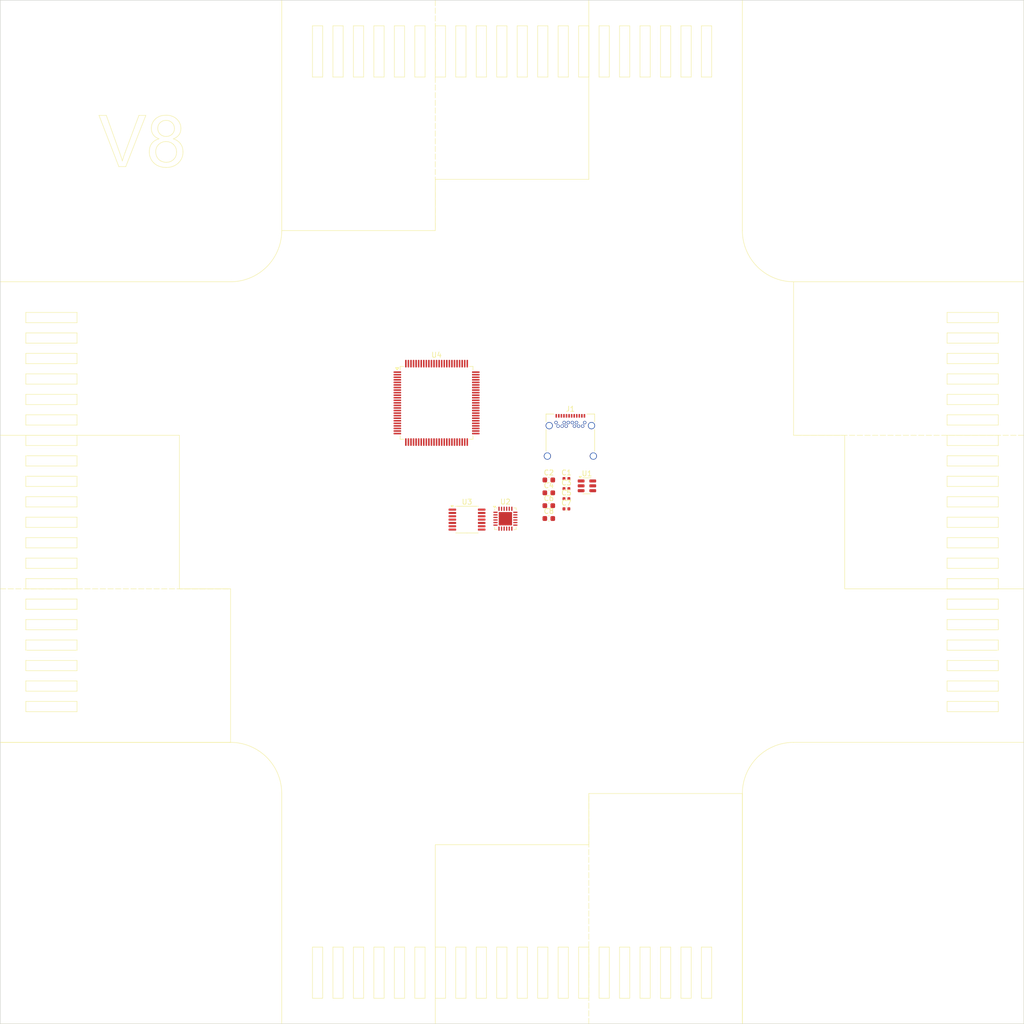
<source format=kicad_pcb>
(kicad_pcb (version 20240108) (generator "pcbnew") (generator_version "8.0")
  (layers (0 "F.Cu" signal) (31 "B.Cu" signal) (34 "B.Paste" user) (35 "F.Paste" user) (36 "B.SilkS" user "B.Silkscreen") (37 "F.SilkS" user "F.Silkscreen") (38 "B.Mask" user) (39 "F.Mask" user) (44 "Edge.Cuts" user))
  (net 0 "")
  (net 1 "+5V")
  (net 2 "GND")
  (net 8 "Net-(J1-VBUS-PadA4)")
  (net 9 "Net-(J1-GND-PadA1)")
  (net 28 "Net-(U2-GND-Pad2)")
  (net 98 "Net-(U4-GND-Pad11)")
  (footprint "Capacitor_SMD:C_0603_1608Metric" (layer "F.Cu") (at 421.18 267.73)
    (property "Reference" "C2" (at 0 -1.43 0) (layer "F.SilkS"))
    (property "Value" "4u7")
    (pad "1" smd roundrect (at -0.775 0) (size 0.9 0.95) (layers "F.Cu" "F.Paste" "F.Mask") (net 1 "+5V"))
    (pad "2" smd roundrect (at 0.775 0) (size 0.9 0.95) (layers "F.Cu" "F.Paste" "F.Mask") (net 2 "GND"))
  )
  (footprint "Connector_USB:USB_C_Receptacle_Amphenol_12401548E4-2A_CircularHoles" (layer "F.Cu") (at 425.39 260.22)
    (property "Reference" "J1" (at 0 -6.36 0) (layer "F.SilkS"))
    (property "Value" "USB_C_Receptacle")
    (pad "" np_thru_hole circle (at -3.6 -4.36) (size 0.65 0.65) (drill 0.65) (layers "*.Cu" "*.Mask"))
    (pad "" np_thru_hole circle (at 3.6 -4.36) (size 0.95 0.95) (drill 0.95) (layers "*.Cu" "*.Mask"))
    (pad "A1" smd rect (at -2.75 -5.02) (size 0.3 0.7) (layers "F.Cu" "F.Paste" "F.Mask") (net 9 "Net-(J1-GND-PadA1)"))
    (pad "A2" smd rect (at -2.25 -5.02) (size 0.3 0.7) (layers "F.Cu" "F.Paste" "F.Mask"))
    (pad "A3" smd rect (at -1.75 -5.02) (size 0.3 0.7) (layers "F.Cu" "F.Paste" "F.Mask"))
    (pad "A4" smd rect (at -1.25 -5.02) (size 0.3 0.7) (layers "F.Cu" "F.Paste" "F.Mask") (net 8 "Net-(J1-VBUS-PadA4)"))
    (pad "A5" smd rect (at -0.75 -5.02) (size 0.3 0.7) (layers "F.Cu" "F.Paste" "F.Mask"))
    (pad "A6" smd rect (at -0.25 -5.02) (size 0.3 0.7) (layers "F.Cu" "F.Paste" "F.Mask"))
    (pad "A7" smd rect (at 0.25 -5.02) (size 0.3 0.7) (layers "F.Cu" "F.Paste" "F.Mask"))
    (pad "A8" smd rect (at 0.75 -5.02) (size 0.3 0.7) (layers "F.Cu" "F.Paste" "F.Mask"))
    (pad "A9" smd rect (at 1.25 -5.02) (size 0.3 0.7) (layers "F.Cu" "F.Paste" "F.Mask") (net 8 "Net-(J1-VBUS-PadA4)"))
    (pad "A10" smd rect (at 1.75 -5.02) (size 0.3 0.7) (layers "F.Cu" "F.Paste" "F.Mask"))
    (pad "A11" smd rect (at 2.25 -5.02) (size 0.3 0.7) (layers "F.Cu" "F.Paste" "F.Mask"))
    (pad "A12" smd rect (at 2.75 -5.02) (size 0.3 0.7) (layers "F.Cu" "F.Paste" "F.Mask") (net 9 "Net-(J1-GND-PadA1)"))
    (pad "B1" thru_hole circle (at 2.8 -3.71) (size 0.65 0.65) (drill 0.4) (layers "*.Cu" "*.Mask") (net 9 "Net-(J1-GND-PadA1)"))
    (pad "B2" thru_hole circle (at 2.4 -3.01) (size 0.65 0.65) (drill 0.4) (layers "*.Cu" "*.Mask"))
    (pad "B3" thru_hole circle (at 1.6 -3.01) (size 0.65 0.65) (drill 0.4) (layers "*.Cu" "*.Mask"))
    (pad "B4" thru_hole circle (at 1.2 -3.71) (size 0.65 0.65) (drill 0.4) (layers "*.Cu" "*.Mask") (net 8 "Net-(J1-VBUS-PadA4)"))
    (pad "B5" thru_hole circle (at 0.8 -3.01) (size 0.65 0.65) (drill 0.4) (layers "*.Cu" "*.Mask"))
    (pad "B6" thru_hole circle (at 0.4 -3.71) (size 0.65 0.65) (drill 0.4) (layers "*.Cu" "*.Mask"))
    (pad "B7" thru_hole circle (at -0.4 -3.71) (size 0.65 0.65) (drill 0.4) (layers "*.Cu" "*.Mask"))
    (pad "B8" thru_hole circle (at -0.8 -3.01) (size 0.65 0.65) (drill 0.4) (layers "*.Cu" "*.Mask"))
    (pad "B9" thru_hole circle (at -1.2 -3.71) (size 0.65 0.65) (drill 0.4) (layers "*.Cu" "*.Mask") (net 8 "Net-(J1-VBUS-PadA4)"))
    (pad "B10" thru_hole circle (at -1.6 -3.01) (size 0.65 0.65) (drill 0.4) (layers "*.Cu" "*.Mask"))
    (pad "B11" thru_hole circle (at -2.4 -3.01) (size 0.65 0.65) (drill 0.4) (layers "*.Cu" "*.Mask"))
    (pad "B12" thru_hole circle (at -2.8 -3.71) (size 0.65 0.65) (drill 0.4) (layers "*.Cu" "*.Mask") (net 9 "Net-(J1-GND-PadA1)"))
    (pad "S1" thru_hole circle (at -4.49 2.84) (size 1.4 1.4) (drill 1.1) (layers "*.Cu" "*.Mask"))
    (pad "S1" thru_hole circle (at -4.13 -3.11) (size 1.4 1.4) (drill 1.1) (layers "*.Cu" "*.Mask"))
    (pad "S1" thru_hole circle (at 4.13 -3.11) (size 1.4 1.4) (drill 1.1) (layers "*.Cu" "*.Mask"))
    (pad "S1" thru_hole circle (at 4.49 2.84) (size 1.4 1.4) (drill 1.1) (layers "*.Cu" "*.Mask"))
  )
  (footprint "Capacitor_SMD:C_0402_1005Metric" (layer "F.Cu") (at 424.62 267.46)
    (property "Reference" "C1" (at 0 -1.16 0) (layer "F.SilkS"))
    (property "Value" "100n")
    (pad "1" smd roundrect (at -0.48 0) (size 0.56 0.62) (layers "F.Cu" "F.Paste" "F.Mask") (net 1 "+5V"))
    (pad "2" smd roundrect (at 0.48 0) (size 0.56 0.62) (layers "F.Cu" "F.Paste" "F.Mask") (net 2 "GND"))
  )
  (footprint "Capacitor_SMD:C_0402_1005Metric" (layer "F.Cu") (at 424.62 269.43)
    (property "Reference" "C3" (at 0 -1.16 0) (layer "F.SilkS"))
    (property "Value" "100n")
    (pad "1" smd roundrect (at -0.48 0) (size 0.56 0.62) (layers "F.Cu" "F.Paste" "F.Mask") (net 1 "+5V"))
    (pad "2" smd roundrect (at 0.48 0) (size 0.56 0.62) (layers "F.Cu" "F.Paste" "F.Mask") (net 2 "GND"))
  )
  (footprint "Capacitor_SMD:C_0603_1608Metric" (layer "F.Cu") (at 421.18 272.75)
    (property "Reference" "C6" (at 0 -1.43 0) (layer "F.SilkS"))
    (property "Value" "4u7")
    (pad "1" smd roundrect (at -0.775 0) (size 0.9 0.95) (layers "F.Cu" "F.Paste" "F.Mask") (net 1 "+5V"))
    (pad "2" smd roundrect (at 0.775 0) (size 0.9 0.95) (layers "F.Cu" "F.Paste" "F.Mask") (net 2 "GND"))
  )
  (footprint "Package_DFN_QFN:QFN-24-1EP_4x4mm_P0.5mm_EP2.6x2.6mm" (layer "F.Cu") (at 412.7 275.3)
    (property "Reference" "U2" (at 0 -3.3 0) (layer "F.SilkS"))
    (property "Value" "CP2102N-Axx-xQFN24")
    (pad "1" smd roundrect (at -1.9375 -1.25) (size 0.825 0.25) (layers "F.Cu" "F.Paste" "F.Mask"))
    (pad "2" smd roundrect (at -1.9375 -0.75) (size 0.825 0.25) (layers "F.Cu" "F.Paste" "F.Mask") (net 28 "Net-(U2-GND-Pad2)"))
    (pad "3" smd roundrect (at -1.9375 -0.25) (size 0.825 0.25) (layers "F.Cu" "F.Paste" "F.Mask"))
    (pad "4" smd roundrect (at -1.9375 0.25) (size 0.825 0.25) (layers "F.Cu" "F.Paste" "F.Mask"))
    (pad "5" smd roundrect (at -1.9375 0.75) (size 0.825 0.25) (layers "F.Cu" "F.Paste" "F.Mask"))
    (pad "6" smd roundrect (at -1.9375 1.25) (size 0.825 0.25) (layers "F.Cu" "F.Paste" "F.Mask"))
    (pad "7" smd roundrect (at -1.25 1.9375) (size 0.25 0.825) (layers "F.Cu" "F.Paste" "F.Mask"))
    (pad "8" smd roundrect (at -0.75 1.9375) (size 0.25 0.825) (layers "F.Cu" "F.Paste" "F.Mask"))
    (pad "9" smd roundrect (at -0.25 1.9375) (size 0.25 0.825) (layers "F.Cu" "F.Paste" "F.Mask"))
    (pad "10" smd roundrect (at 0.25 1.9375) (size 0.25 0.825) (layers "F.Cu" "F.Paste" "F.Mask"))
    (pad "11" smd roundrect (at 0.75 1.9375) (size 0.25 0.825) (layers "F.Cu" "F.Paste" "F.Mask"))
    (pad "12" smd roundrect (at 1.25 1.9375) (size 0.25 0.825) (layers "F.Cu" "F.Paste" "F.Mask"))
    (pad "13" smd roundrect (at 1.9375 1.25) (size 0.825 0.25) (layers "F.Cu" "F.Paste" "F.Mask"))
    (pad "14" smd roundrect (at 1.9375 0.75) (size 0.825 0.25) (layers "F.Cu" "F.Paste" "F.Mask"))
    (pad "15" smd roundrect (at 1.9375 0.25) (size 0.825 0.25) (layers "F.Cu" "F.Paste" "F.Mask"))
    (pad "16" smd roundrect (at 1.9375 -0.25) (size 0.825 0.25) (layers "F.Cu" "F.Paste" "F.Mask"))
    (pad "17" smd roundrect (at 1.9375 -0.75) (size 0.825 0.25) (layers "F.Cu" "F.Paste" "F.Mask"))
    (pad "18" smd roundrect (at 1.9375 -1.25) (size 0.825 0.25) (layers "F.Cu" "F.Paste" "F.Mask"))
    (pad "19" smd roundrect (at 1.25 -1.9375) (size 0.25 0.825) (layers "F.Cu" "F.Paste" "F.Mask"))
    (pad "20" smd roundrect (at 0.75 -1.9375) (size 0.25 0.825) (layers "F.Cu" "F.Paste" "F.Mask"))
    (pad "21" smd roundrect (at 0.25 -1.9375) (size 0.25 0.825) (layers "F.Cu" "F.Paste" "F.Mask"))
    (pad "22" smd roundrect (at -0.25 -1.9375) (size 0.25 0.825) (layers "F.Cu" "F.Paste" "F.Mask"))
    (pad "23" smd roundrect (at -0.75 -1.9375) (size 0.25 0.825) (layers "F.Cu" "F.Paste" "F.Mask"))
    (pad "24" smd roundrect (at -1.25 -1.9375) (size 0.25 0.825) (layers "F.Cu" "F.Paste" "F.Mask"))
    (pad "25" smd rect (at 0 0) (size 2.6 2.6) (property pad_prop_heatsink) (layers "F.Cu" "F.Mask") (net 28 "Net-(U2-GND-Pad2)"))
  )
  (footprint "Package_SO:TSSOP-14_4.4x5mm_P0.65mm" (layer "F.Cu") (at 405.2 275.475)
    (property "Reference" "U3" (at 0 -3.45 0) (layer "F.SilkS"))
    (property "Value" "MCP2221AxST")
    (pad "1" smd roundrect (at -2.8625 -1.95) (size 1.475 0.4) (layers "F.Cu" "F.Paste" "F.Mask"))
    (pad "2" smd roundrect (at -2.8625 -1.3) (size 1.475 0.4) (layers "F.Cu" "F.Paste" "F.Mask"))
    (pad "3" smd roundrect (at -2.8625 -0.65) (size 1.475 0.4) (layers "F.Cu" "F.Paste" "F.Mask"))
    (pad "4" smd roundrect (at -2.8625 0) (size 1.475 0.4) (layers "F.Cu" "F.Paste" "F.Mask"))
    (pad "5" smd roundrect (at -2.8625 0.65) (size 1.475 0.4) (layers "F.Cu" "F.Paste" "F.Mask"))
    (pad "6" smd roundrect (at -2.8625 1.3) (size 1.475 0.4) (layers "F.Cu" "F.Paste" "F.Mask"))
    (pad "7" smd roundrect (at -2.8625 1.95) (size 1.475 0.4) (layers "F.Cu" "F.Paste" "F.Mask"))
    (pad "8" smd roundrect (at 2.8625 1.95) (size 1.475 0.4) (layers "F.Cu" "F.Paste" "F.Mask"))
    (pad "9" smd roundrect (at 2.8625 1.3) (size 1.475 0.4) (layers "F.Cu" "F.Paste" "F.Mask"))
    (pad "10" smd roundrect (at 2.8625 0.65) (size 1.475 0.4) (layers "F.Cu" "F.Paste" "F.Mask"))
    (pad "11" smd roundrect (at 2.8625 0) (size 1.475 0.4) (layers "F.Cu" "F.Paste" "F.Mask"))
    (pad "12" smd roundrect (at 2.8625 -0.65) (size 1.475 0.4) (layers "F.Cu" "F.Paste" "F.Mask"))
    (pad "13" smd roundrect (at 2.8625 -1.3) (size 1.475 0.4) (layers "F.Cu" "F.Paste" "F.Mask"))
    (pad "14" smd roundrect (at 2.8625 -1.95) (size 1.475 0.4) (layers "F.Cu" "F.Paste" "F.Mask"))
  )
  (footprint "Capacitor_SMD:C_0603_1608Metric" (layer "F.Cu") (at 421.18 275.26)
    (property "Reference" "C8" (at 0 -1.43 0) (layer "F.SilkS"))
    (property "Value" "4u7")
    (pad "1" smd roundrect (at -0.775 0) (size 0.9 0.95) (layers "F.Cu" "F.Paste" "F.Mask") (net 1 "+5V"))
    (pad "2" smd roundrect (at 0.775 0) (size 0.9 0.95) (layers "F.Cu" "F.Paste" "F.Mask") (net 2 "GND"))
  )
  (footprint "Capacitor_SMD:C_0603_1608Metric" (layer "F.Cu") (at 421.18 270.24)
    (property "Reference" "C4" (at 0 -1.43 0) (layer "F.SilkS"))
    (property "Value" "4u7")
    (pad "1" smd roundrect (at -0.775 0) (size 0.9 0.95) (layers "F.Cu" "F.Paste" "F.Mask") (net 1 "+5V"))
    (pad "2" smd roundrect (at 0.775 0) (size 0.9 0.95) (layers "F.Cu" "F.Paste" "F.Mask") (net 2 "GND"))
  )
  (footprint "Capacitor_SMD:C_0402_1005Metric" (layer "F.Cu") (at 424.62 273.37)
    (property "Reference" "C7" (at 0 -1.16 0) (layer "F.SilkS"))
    (property "Value" "100n")
    (pad "1" smd roundrect (at -0.48 0) (size 0.56 0.62) (layers "F.Cu" "F.Paste" "F.Mask") (net 1 "+5V"))
    (pad "2" smd roundrect (at 0.48 0) (size 0.56 0.62) (layers "F.Cu" "F.Paste" "F.Mask") (net 2 "GND"))
  )
  (footprint "Package_TO_SOT_SMD:SOT-23-6" (layer "F.Cu") (at 428.63 268.875)
    (property "Reference" "U1" (at 0 -2.4 0) (layer "F.SilkS"))
    (property "Value" "USBLC6-2SC6")
    (pad "1" smd roundrect (at -1.1375 -0.95) (size 1.325 0.6) (layers "F.Cu" "F.Paste" "F.Mask"))
    (pad "2" smd roundrect (at -1.1375 0) (size 1.325 0.6) (layers "F.Cu" "F.Paste" "F.Mask"))
    (pad "3" smd roundrect (at -1.1375 0.95) (size 1.325 0.6) (layers "F.Cu" "F.Paste" "F.Mask"))
    (pad "4" smd roundrect (at 1.1375 0.95) (size 1.325 0.6) (layers "F.Cu" "F.Paste" "F.Mask"))
    (pad "5" smd roundrect (at 1.1375 0) (size 1.325 0.6) (layers "F.Cu" "F.Paste" "F.Mask"))
    (pad "6" smd roundrect (at 1.1375 -0.95) (size 1.325 0.6) (layers "F.Cu" "F.Paste" "F.Mask"))
  )
  (footprint "Capacitor_SMD:C_0402_1005Metric" (layer "F.Cu") (at 424.62 271.4)
    (property "Reference" "C5" (at 0 -1.16 0) (layer "F.SilkS"))
    (property "Value" "100n")
    (pad "1" smd roundrect (at -0.48 0) (size 0.56 0.62) (layers "F.Cu" "F.Paste" "F.Mask") (net 1 "+5V"))
    (pad "2" smd roundrect (at 0.48 0) (size 0.56 0.62) (layers "F.Cu" "F.Paste" "F.Mask") (net 2 "GND"))
  )
  (footprint "Package_QFP:TQFP-100_14x14mm_P0.5mm" (layer "F.Cu") (at 399.25 252.6625)
    (property "Reference" "U4" (at 0 -9.35 0) (layer "F.SilkS"))
    (property "Value" "ATmega2560-16A")
    (pad "1" smd roundrect (at -7.6625 -6) (size 1.475 0.3) (layers "F.Cu" "F.Paste" "F.Mask"))
    (pad "2" smd roundrect (at -7.6625 -5.5) (size 1.475 0.3) (layers "F.Cu" "F.Paste" "F.Mask"))
    (pad "3" smd roundrect (at -7.6625 -5) (size 1.475 0.3) (layers "F.Cu" "F.Paste" "F.Mask"))
    (pad "4" smd roundrect (at -7.6625 -4.5) (size 1.475 0.3) (layers "F.Cu" "F.Paste" "F.Mask"))
    (pad "5" smd roundrect (at -7.6625 -4) (size 1.475 0.3) (layers "F.Cu" "F.Paste" "F.Mask"))
    (pad "6" smd roundrect (at -7.6625 -3.5) (size 1.475 0.3) (layers "F.Cu" "F.Paste" "F.Mask"))
    (pad "7" smd roundrect (at -7.6625 -3) (size 1.475 0.3) (layers "F.Cu" "F.Paste" "F.Mask"))
    (pad "8" smd roundrect (at -7.6625 -2.5) (size 1.475 0.3) (layers "F.Cu" "F.Paste" "F.Mask"))
    (pad "9" smd roundrect (at -7.6625 -2) (size 1.475 0.3) (layers "F.Cu" "F.Paste" "F.Mask"))
    (pad "10" smd roundrect (at -7.6625 -1.5) (size 1.475 0.3) (layers "F.Cu" "F.Paste" "F.Mask") (net 1 "+5V"))
    (pad "11" smd roundrect (at -7.6625 -1) (size 1.475 0.3) (layers "F.Cu" "F.Paste" "F.Mask") (net 98 "Net-(U4-GND-Pad11)"))
    (pad "12" smd roundrect (at -7.6625 -0.5) (size 1.475 0.3) (layers "F.Cu" "F.Paste" "F.Mask"))
    (pad "13" smd roundrect (at -7.6625 0) (size 1.475 0.3) (layers "F.Cu" "F.Paste" "F.Mask"))
    (pad "14" smd roundrect (at -7.6625 0.5) (size 1.475 0.3) (layers "F.Cu" "F.Paste" "F.Mask"))
    (pad "15" smd roundrect (at -7.6625 1) (size 1.475 0.3) (layers "F.Cu" "F.Paste" "F.Mask"))
    (pad "16" smd roundrect (at -7.6625 1.5) (size 1.475 0.3) (layers "F.Cu" "F.Paste" "F.Mask"))
    (pad "17" smd roundrect (at -7.6625 2) (size 1.475 0.3) (layers "F.Cu" "F.Paste" "F.Mask"))
    (pad "18" smd roundrect (at -7.6625 2.5) (size 1.475 0.3) (layers "F.Cu" "F.Paste" "F.Mask"))
    (pad "19" smd roundrect (at -7.6625 3) (size 1.475 0.3) (layers "F.Cu" "F.Paste" "F.Mask"))
    (pad "20" smd roundrect (at -7.6625 3.5) (size 1.475 0.3) (layers "F.Cu" "F.Paste" "F.Mask"))
    (pad "21" smd roundrect (at -7.6625 4) (size 1.475 0.3) (layers "F.Cu" "F.Paste" "F.Mask"))
    (pad "22" smd roundrect (at -7.6625 4.5) (size 1.475 0.3) (layers "F.Cu" "F.Paste" "F.Mask"))
    (pad "23" smd roundrect (at -7.6625 5) (size 1.475 0.3) (layers "F.Cu" "F.Paste" "F.Mask"))
    (pad "24" smd roundrect (at -7.6625 5.5) (size 1.475 0.3) (layers "F.Cu" "F.Paste" "F.Mask"))
    (pad "25" smd roundrect (at -7.6625 6) (size 1.475 0.3) (layers "F.Cu" "F.Paste" "F.Mask"))
    (pad "26" smd roundrect (at -6 7.6625) (size 0.3 1.475) (layers "F.Cu" "F.Paste" "F.Mask"))
    (pad "27" smd roundrect (at -5.5 7.6625) (size 0.3 1.475) (layers "F.Cu" "F.Paste" "F.Mask"))
    (pad "28" smd roundrect (at -5 7.6625) (size 0.3 1.475) (layers "F.Cu" "F.Paste" "F.Mask"))
    (pad "29" smd roundrect (at -4.5 7.6625) (size 0.3 1.475) (layers "F.Cu" "F.Paste" "F.Mask"))
    (pad "30" smd roundrect (at -4 7.6625) (size 0.3 1.475) (layers "F.Cu" "F.Paste" "F.Mask"))
    (pad "31" smd roundrect (at -3.5 7.6625) (size 0.3 1.475) (layers "F.Cu" "F.Paste" "F.Mask") (net 1 "+5V"))
    (pad "32" smd roundrect (at -3 7.6625) (size 0.3 1.475) (layers "F.Cu" "F.Paste" "F.Mask") (net 98 "Net-(U4-GND-Pad11)"))
    (pad "33" smd roundrect (at -2.5 7.6625) (size 0.3 1.475) (layers "F.Cu" "F.Paste" "F.Mask"))
    (pad "34" smd roundrect (at -2 7.6625) (size 0.3 1.475) (layers "F.Cu" "F.Paste" "F.Mask"))
    (pad "35" smd roundrect (at -1.5 7.6625) (size 0.3 1.475) (layers "F.Cu" "F.Paste" "F.Mask"))
    (pad "36" smd roundrect (at -1 7.6625) (size 0.3 1.475) (layers "F.Cu" "F.Paste" "F.Mask"))
    (pad "37" smd roundrect (at -0.5 7.6625) (size 0.3 1.475) (layers "F.Cu" "F.Paste" "F.Mask"))
    (pad "38" smd roundrect (at 0 7.6625) (size 0.3 1.475) (layers "F.Cu" "F.Paste" "F.Mask"))
    (pad "39" smd roundrect (at 0.5 7.6625) (size 0.3 1.475) (layers "F.Cu" "F.Paste" "F.Mask"))
    (pad "40" smd roundrect (at 1 7.6625) (size 0.3 1.475) (layers "F.Cu" "F.Paste" "F.Mask"))
    (pad "41" smd roundrect (at 1.5 7.6625) (size 0.3 1.475) (layers "F.Cu" "F.Paste" "F.Mask"))
    (pad "42" smd roundrect (at 2 7.6625) (size 0.3 1.475) (layers "F.Cu" "F.Paste" "F.Mask"))
    (pad "43" smd roundrect (at 2.5 7.6625) (size 0.3 1.475) (layers "F.Cu" "F.Paste" "F.Mask"))
    (pad "44" smd roundrect (at 3 7.6625) (size 0.3 1.475) (layers "F.Cu" "F.Paste" "F.Mask"))
    (pad "45" smd roundrect (at 3.5 7.6625) (size 0.3 1.475) (layers "F.Cu" "F.Paste" "F.Mask"))
    (pad "46" smd roundrect (at 4 7.6625) (size 0.3 1.475) (layers "F.Cu" "F.Paste" "F.Mask"))
    (pad "47" smd roundrect (at 4.5 7.6625) (size 0.3 1.475) (layers "F.Cu" "F.Paste" "F.Mask"))
    (pad "48" smd roundrect (at 5 7.6625) (size 0.3 1.475) (layers "F.Cu" "F.Paste" "F.Mask"))
    (pad "49" smd roundrect (at 5.5 7.6625) (size 0.3 1.475) (layers "F.Cu" "F.Paste" "F.Mask"))
    (pad "50" smd roundrect (at 6 7.6625) (size 0.3 1.475) (layers "F.Cu" "F.Paste" "F.Mask"))
    (pad "51" smd roundrect (at 7.6625 6) (size 1.475 0.3) (layers "F.Cu" "F.Paste" "F.Mask"))
    (pad "52" smd roundrect (at 7.6625 5.5) (size 1.475 0.3) (layers "F.Cu" "F.Paste" "F.Mask"))
    (pad "53" smd roundrect (at 7.6625 5) (size 1.475 0.3) (layers "F.Cu" "F.Paste" "F.Mask"))
    (pad "54" smd roundrect (at 7.6625 4.5) (size 1.475 0.3) (layers "F.Cu" "F.Paste" "F.Mask"))
    (pad "55" smd roundrect (at 7.6625 4) (size 1.475 0.3) (layers "F.Cu" "F.Paste" "F.Mask"))
    (pad "56" smd roundrect (at 7.6625 3.5) (size 1.475 0.3) (layers "F.Cu" "F.Paste" "F.Mask"))
    (pad "57" smd roundrect (at 7.6625 3) (size 1.475 0.3) (layers "F.Cu" "F.Paste" "F.Mask"))
    (pad "58" smd roundrect (at 7.6625 2.5) (size 1.475 0.3) (layers "F.Cu" "F.Paste" "F.Mask"))
    (pad "59" smd roundrect (at 7.6625 2) (size 1.475 0.3) (layers "F.Cu" "F.Paste" "F.Mask"))
    (pad "60" smd roundrect (at 7.6625 1.5) (size 1.475 0.3) (layers "F.Cu" "F.Paste" "F.Mask"))
    (pad "61" smd roundrect (at 7.6625 1) (size 1.475 0.3) (layers "F.Cu" "F.Paste" "F.Mask") (net 1 "+5V"))
    (pad "62" smd roundrect (at 7.6625 0.5) (size 1.475 0.3) (layers "F.Cu" "F.Paste" "F.Mask") (net 98 "Net-(U4-GND-Pad11)"))
    (pad "63" smd roundrect (at 7.6625 0) (size 1.475 0.3) (layers "F.Cu" "F.Paste" "F.Mask"))
    (pad "64" smd roundrect (at 7.6625 -0.5) (size 1.475 0.3) (layers "F.Cu" "F.Paste" "F.Mask"))
    (pad "65" smd roundrect (at 7.6625 -1) (size 1.475 0.3) (layers "F.Cu" "F.Paste" "F.Mask"))
    (pad "66" smd roundrect (at 7.6625 -1.5) (size 1.475 0.3) (layers "F.Cu" "F.Paste" "F.Mask"))
    (pad "67" smd roundrect (at 7.6625 -2) (size 1.475 0.3) (layers "F.Cu" "F.Paste" "F.Mask"))
    (pad "68" smd roundrect (at 7.6625 -2.5) (size 1.475 0.3) (layers "F.Cu" "F.Paste" "F.Mask"))
    (pad "69" smd roundrect (at 7.6625 -3) (size 1.475 0.3) (layers "F.Cu" "F.Paste" "F.Mask"))
    (pad "70" smd roundrect (at 7.6625 -3.5) (size 1.475 0.3) (layers "F.Cu" "F.Paste" "F.Mask"))
    (pad "71" smd roundrect (at 7.6625 -4) (size 1.475 0.3) (layers "F.Cu" "F.Paste" "F.Mask"))
    (pad "72" smd roundrect (at 7.6625 -4.5) (size 1.475 0.3) (layers "F.Cu" "F.Paste" "F.Mask"))
    (pad "73" smd roundrect (at 7.6625 -5) (size 1.475 0.3) (layers "F.Cu" "F.Paste" "F.Mask"))
    (pad "74" smd roundrect (at 7.6625 -5.5) (size 1.475 0.3) (layers "F.Cu" "F.Paste" "F.Mask"))
    (pad "75" smd roundrect (at 7.6625 -6) (size 1.475 0.3) (layers "F.Cu" "F.Paste" "F.Mask"))
    (pad "76" smd roundrect (at 6 -7.6625) (size 0.3 1.475) (layers "F.Cu" "F.Paste" "F.Mask"))
    (pad "77" smd roundrect (at 5.5 -7.6625) (size 0.3 1.475) (layers "F.Cu" "F.Paste" "F.Mask"))
    (pad "78" smd roundrect (at 5 -7.6625) (size 0.3 1.475) (layers "F.Cu" "F.Paste" "F.Mask"))
    (pad "79" smd roundrect (at 4.5 -7.6625) (size 0.3 1.475) (layers "F.Cu" "F.Paste" "F.Mask"))
    (pad "80" smd roundrect (at 4 -7.6625) (size 0.3 1.475) (layers "F.Cu" "F.Paste" "F.Mask") (net 1 "+5V"))
    (pad "81" smd roundrect (at 3.5 -7.6625) (size 0.3 1.475) (layers "F.Cu" "F.Paste" "F.Mask") (net 98 "Net-(U4-GND-Pad11)"))
    (pad "82" smd roundrect (at 3 -7.6625) (size 0.3 1.475) (layers "F.Cu" "F.Paste" "F.Mask"))
    (pad "83" smd roundrect (at 2.5 -7.6625) (size 0.3 1.475) (layers "F.Cu" "F.Paste" "F.Mask"))
    (pad "84" smd roundrect (at 2 -7.6625) (size 0.3 1.475) (layers "F.Cu" "F.Paste" "F.Mask"))
    (pad "85" smd roundrect (at 1.5 -7.6625) (size 0.3 1.475) (layers "F.Cu" "F.Paste" "F.Mask"))
    (pad "86" smd roundrect (at 1 -7.6625) (size 0.3 1.475) (layers "F.Cu" "F.Paste" "F.Mask"))
    (pad "87" smd roundrect (at 0.5 -7.6625) (size 0.3 1.475) (layers "F.Cu" "F.Paste" "F.Mask"))
    (pad "88" smd roundrect (at 0 -7.6625) (size 0.3 1.475) (layers "F.Cu" "F.Paste" "F.Mask"))
    (pad "89" smd roundrect (at -0.5 -7.6625) (size 0.3 1.475) (layers "F.Cu" "F.Paste" "F.Mask"))
    (pad "90" smd roundrect (at -1 -7.6625) (size 0.3 1.475) (layers "F.Cu" "F.Paste" "F.Mask"))
    (pad "91" smd roundrect (at -1.5 -7.6625) (size 0.3 1.475) (layers "F.Cu" "F.Paste" "F.Mask"))
    (pad "92" smd roundrect (at -2 -7.6625) (size 0.3 1.475) (layers "F.Cu" "F.Paste" "F.Mask"))
    (pad "93" smd roundrect (at -2.5 -7.6625) (size 0.3 1.475) (layers "F.Cu" "F.Paste" "F.Mask"))
    (pad "94" smd roundrect (at -3 -7.6625) (size 0.3 1.475) (layers "F.Cu" "F.Paste" "F.Mask"))
    (pad "95" smd roundrect (at -3.5 -7.6625) (size 0.3 1.475) (layers "F.Cu" "F.Paste" "F.Mask"))
    (pad "96" smd roundrect (at -4 -7.6625) (size 0.3 1.475) (layers "F.Cu" "F.Paste" "F.Mask"))
    (pad "97" smd roundrect (at -4.5 -7.6625) (size 0.3 1.475) (layers "F.Cu" "F.Paste" "F.Mask"))
    (pad "98" smd roundrect (at -5 -7.6625) (size 0.3 1.475) (layers "F.Cu" "F.Paste" "F.Mask"))
    (pad "99" smd roundrect (at -5.5 -7.6625) (size 0.3 1.475) (layers "F.Cu" "F.Paste" "F.Mask") (net 98 "Net-(U4-GND-Pad11)"))
    (pad "100" smd roundrect (at -6 -7.6625) (size 0.3 1.475) (layers "F.Cu" "F.Paste" "F.Mask"))
  )
  (gr_line (start 509 273) (end 509 271) (stroke (width 0.1)) (layer "F.SilkS"))
  (gr_line (start 319 247) (end 319 249) (stroke (width 0.1)) (layer "F.SilkS"))
  (gr_line (start 421 369) (end 421 359) (stroke (width 0.1)) (layer "F.SilkS"))
  (gr_line (start 509 311) (end 499 311) (stroke (width 0.1)) (layer "F.SilkS"))
  (gr_line (start 449 369) (end 449 359) (stroke (width 0.1)) (layer "F.SilkS"))
  (gr_line (start 385 189) (end 385 179) (stroke (width 0.1)) (layer "F.SilkS"))
  (gr_line (start 329 243) (end 319 243) (stroke (width 0.1)) (layer "F.SilkS"))
  (gr_line (start 329 253) (end 329 251) (stroke (width 0.1)) (layer "F.SilkS"))
  (gr_line (start 319 279) (end 319 281) (stroke (width 0.1)) (layer "F.SilkS"))
  (gr_line (start 499 273) (end 509 273) (stroke (width 0.1)) (layer "F.SilkS"))
  (gr_line (start 499 237) (end 509 237) (stroke (width 0.1)) (layer "F.SilkS"))
  (gr_line (start 509 283) (end 499 283) (stroke (width 0.1)) (layer "F.SilkS"))
  (gr_line (start 381 369) (end 381 359) (stroke (width 0.1)) (layer "F.SilkS"))
  (gr_line (start 397 369) (end 397 359) (stroke (width 0.1)) (layer "F.SilkS"))
  (gr_line (start 459.000001 219) (end 459 219) (stroke (width 0.1)) (layer "F.SilkS"))
  (gr_line (start 441 369) (end 441 359) (stroke (width 0.1)) (layer "F.SilkS"))
  (gr_line (start 415 179) (end 415 189) (stroke (width 0.1)) (layer "F.SilkS"))
  (gr_line (start 379 189) (end 381 189) (stroke (width 0.1)) (layer "F.SilkS"))
  (gr_line (start 407 179) (end 407 189) (stroke (width 0.1)) (layer "F.SilkS"))
  (gr_line (start 509 301) (end 509 299) (stroke (width 0.1)) (layer "F.SilkS"))
  (gr_line (start 319 295) (end 319 297) (stroke (width 0.1)) (layer "F.SilkS"))
  (gr_line (start 329 305) (end 329 303) (stroke (width 0.1)) (layer "F.SilkS"))
  (gr_line (start 441 189) (end 441 179) (stroke (width 0.1)) (layer "F.SilkS"))
  (gr_line (start 319 305) (end 329 305) (stroke (width 0.1)) (layer "F.SilkS"))
  (gr_curve (pts (xy 343.607776 201.97749) (xy 343.939746 201.53638) (xy 344.410414 201.236244) (xy 345.019782 201.077081)) (stroke (width 0.1)) (layer "F.SilkS"))
  (gr_line (start 509 275) (end 499 275) (stroke (width 0.1)) (layer "F.SilkS"))
  (gr_line (start 405 359) (end 403 359) (stroke (width 0.1)) (layer "F.SilkS"))
  (gr_curve (pts (xy 345.231241 200.156207) (xy 345.535926 200.456344) (xy 345.93156 200.606412) (xy 346.418145 200.606412)) (stroke (width 0.1)) (layer "F.SilkS"))
  (gr_line (start 509 267) (end 499 267) (stroke (width 0.1)) (layer "F.SilkS"))
  (gr_line (start 435 189) (end 437 189) (stroke (width 0.1)) (layer "F.SilkS"))
  (gr_line (start 514 289) (end 479 289) (stroke (width 0.1)) (layer "F.SilkS"))
  (gr_line (start 427 369) (end 429 369) (stroke (width 0.1)) (layer "F.SilkS"))
  (gr_curve (pts (xy 346.418145 200.606412) (xy 346.891087 200.606412) (xy 347.277626 200.458617) (xy 347.577763 200.163028)) (stroke (width 0.1)) (layer "F.SilkS"))
  (gr_line (start 445 369) (end 445 359) (stroke (width 0.1)) (layer "F.SilkS"))
  (gr_line (start 379 179) (end 379 189) (stroke (width 0.1)) (layer "F.SilkS"))
  (gr_line (start 319 235) (end 319 237) (stroke (width 0.1)) (layer "F.SilkS"))
  (gr_line (start 391 189) (end 393 189) (stroke (width 0.1)) (layer "F.SilkS"))
  (gr_curve (pts (xy 337.850614 205.401774) (xy 338.00523 204.856071) (xy 338.184857 204.310368) (xy 338.389495 203.764665)) (stroke (width 0.1)) (layer "F.SilkS"))
  (gr_line (start 319 311) (end 319 313) (stroke (width 0.1)) (layer "F.SilkS"))
  (gr_line (start 403 369) (end 405 369) (stroke (width 0.1)) (layer "F.SilkS"))
  (gr_line (start 421 179) (end 419 179) (stroke (width 0.1)) (layer "F.SilkS"))
  (gr_line (start 319 313) (end 329 313) (stroke (width 0.1)) (layer "F.SilkS"))
  (gr_line (start 381 359) (end 379 359) (stroke (width 0.1)) (layer "F.SilkS"))
  (gr_line (start 397 189) (end 397 179) (stroke (width 0.1)) (layer "F.SilkS"))
  (gr_line (start 329 313) (end 329 311) (stroke (width 0.1)) (layer "F.SilkS"))
  (gr_curve (pts (xy 347.564121 197.932469) (xy 347.254889 197.623238) (xy 346.86835 197.468622) (xy 346.404503 197.468622)) (stroke (width 0.1)) (layer "F.SilkS"))
  (gr_line (start 314 319) (end 359 319) (stroke (width 0.1)) (layer "F.SilkS"))
  (gr_line (start 314 289) (end 359 289) (stroke (width 0.1) (type dash)) (layer "F.SilkS"))
  (gr_line (start 499 285) (end 509 285) (stroke (width 0.1)) (layer "F.SilkS"))
  (gr_line (start 368.999999 219) (end 399 219) (stroke (width 0.1)) (layer "F.SilkS"))
  (gr_line (start 329 293) (end 329 291) (stroke (width 0.1)) (layer "F.SilkS"))
  (gr_line (start 329 237) (end 329 235) (stroke (width 0.1)) (layer "F.SilkS"))
  (gr_line (start 415 369) (end 417 369) (stroke (width 0.1)) (layer "F.SilkS"))
  (gr_line (start 377 189) (end 377 179) (stroke (width 0.1)) (layer "F.SilkS"))
  (gr_line (start 329 261) (end 329 259) (stroke (width 0.1)) (layer "F.SilkS"))
  (gr_line (start 417 189) (end 417 179) (stroke (width 0.1)) (layer "F.SilkS"))
  (gr_line (start 479 259) (end 469 259) (stroke (width 0.1)) (layer "F.SilkS"))
  (gr_line (start 385 359) (end 383 359) (stroke (width 0.1)) (layer "F.SilkS"))
  (gr_line (start 329 297) (end 329 295) (stroke (width 0.1)) (layer "F.SilkS"))
  (gr_line (start 439 189) (end 441 189) (stroke (width 0.1)) (layer "F.SilkS"))
  (gr_line (start 375 189) (end 377 189) (stroke (width 0.1)) (layer "F.SilkS"))
  (gr_line (start 401 369) (end 401 359) (stroke (width 0.1)) (layer "F.SilkS"))
  (gr_line (start 453 189) (end 453 179) (stroke (width 0.1)) (layer "F.SilkS"))
  (gr_line (start 329 295) (end 319 295) (stroke (width 0.1)) (layer "F.SilkS"))
  (gr_line (start 451 189) (end 453 189) (stroke (width 0.1)) (layer "F.SilkS"))
  (gr_line (start 319 249) (end 329 249) (stroke (width 0.1)) (layer "F.SilkS"))
  (gr_line (start 377 369) (end 377 359) (stroke (width 0.1)) (layer "F.SilkS"))
  (gr_line (start 319 297) (end 329 297) (stroke (width 0.1)) (layer "F.SilkS"))
  (gr_line (start 397 179) (end 395 179) (stroke (width 0.1)) (layer "F.SilkS"))
  (gr_line (start 399 369) (end 401 369) (stroke (width 0.1)) (layer "F.SilkS"))
  (gr_line (start 415 189) (end 417 189) (stroke (width 0.1)) (layer "F.SilkS"))
  (gr_line (start 447 369) (end 449 369) (stroke (width 0.1)) (layer "F.SilkS"))
  (gr_line (start 383 369) (end 385 369) (stroke (width 0.1)) (layer "F.SilkS"))
  (gr_line (start 425 179) (end 423 179) (stroke (width 0.1)) (layer "F.SilkS"))
  (gr_line (start 385 179) (end 383 179) (stroke (width 0.1)) (layer "F.SilkS"))
  (gr_line (start 449 179) (end 447 179) (stroke (width 0.1)) (layer "F.SilkS"))
  (gr_line (start 427 179) (end 427 189) (stroke (width 0.1)) (layer "F.SilkS"))
  (gr_line (start 329 301) (end 329 299) (stroke (width 0.1)) (layer "F.SilkS"))
  (gr_line (start 499 235) (end 499 237) (stroke (width 0.1)) (layer "F.SilkS"))
  (gr_line (start 499 311) (end 499 313) (stroke (width 0.1)) (layer "F.SilkS"))
  (gr_line (start 433 179) (end 431 179) (stroke (width 0.1)) (layer "F.SilkS"))
  (gr_line (start 421 359) (end 419 359) (stroke (width 0.1)) (layer "F.SilkS"))
  (gr_circle (center 341.5 201.5) (end 341.51 201.5) (stroke (width 0.0001)) (fill solid) (layer "F.SilkS"))
  (gr_line (start 509 277) (end 509 275) (stroke (width 0.1)) (layer "F.SilkS"))
  (gr_curve (pts (xy 337.325375 203.764665) (xy 337.534561 204.346748) (xy 337.709641 204.892451) (xy 337.850614 205.401774)) (stroke (width 0.1)) (layer "F.SilkS"))
  (gr_line (start 509 253) (end 509 251) (stroke (width 0.1)) (layer "F.SilkS"))
  (gr_line (start 319 283) (end 319 285) (stroke (width 0.1)) (layer "F.SilkS"))
  (gr_line (start 499 249) (end 509 249) (stroke (width 0.1)) (layer "F.SilkS"))
  (gr_line (start 509 313) (end 509 311) (stroke (width 0.1)) (layer "F.SilkS"))
  (gr_line (start 509 247) (end 499 247) (stroke (width 0.1)) (layer "F.SilkS"))
  (gr_line (start 389 359) (end 387 359) (stroke (width 0.1)) (layer "F.SilkS"))
  (gr_line (start 509 285) (end 509 283) (stroke (width 0.1)) (layer "F.SilkS"))
  (gr_line (start 411 369) (end 413 369) (stroke (width 0.1)) (layer "F.SilkS"))
  (gr_line (start 329 287) (end 319 287) (stroke (width 0.1)) (layer "F.SilkS"))
  (gr_line (start 377 179) (end 375 179) (stroke (width 0.1)) (layer "F.SilkS"))
  (gr_line (start 401 359) (end 399 359) (stroke (width 0.1)) (layer "F.SilkS"))
  (gr_line (start 375 179) (end 375 189) (stroke (width 0.1)) (layer "F.SilkS"))
  (gr_line (start 425 189) (end 425 179) (stroke (width 0.1)) (layer "F.SilkS"))
  (gr_line (start 433 189) (end 433 179) (stroke (width 0.1)) (layer "F.SilkS"))
  (gr_line (start 509 293) (end 509 291) (stroke (width 0.1)) (layer "F.SilkS"))
  (gr_line (start 441 359) (end 439 359) (stroke (width 0.1)) (layer "F.SilkS"))
  (gr_line (start 499 293) (end 509 293) (stroke (width 0.1)) (layer "F.SilkS"))
  (gr_line (start 399 174) (end 399 219) (stroke (width 0.1) (type dash)) (layer "F.SilkS"))
  (gr_line (start 319 257) (end 329 257) (stroke (width 0.1)) (layer "F.SilkS"))
  (gr_line (start 509 241) (end 509 239) (stroke (width 0.1)) (layer "F.SilkS"))
  (gr_curve (pts (xy 346.424966 205.660982) (xy 347.011597 205.660982) (xy 347.495908 205.47226) (xy 347.8779 205.094816)) (stroke (width 0.1)) (layer "F.SilkS"))
  (gr_line (start 319 291) (end 319 293) (stroke (width 0.1)) (layer "F.SilkS"))
  (gr_line (start 329 257) (end 329 255) (stroke (width 0.1)) (layer "F.SilkS"))
  (gr_line (start 499 309) (end 509 309) (stroke (width 0.1)) (layer "F.SilkS"))
  (gr_line (start 419 369) (end 421 369) (stroke (width 0.1)) (layer "F.SilkS"))
  (gr_arc (start 459 329) (mid 461.928932 321.928932) (end 469 319) (stroke (width 0.1)) (layer "F.SilkS"))
  (gr_line (start 397 359) (end 395 359) (stroke (width 0.1)) (layer "F.SilkS"))
  (gr_curve (pts (xy 345.238064 197.918827) (xy 344.928832 198.218963) (xy 344.774216 198.578217) (xy 344.774216 198.996589)) (stroke (width 0.1)) (layer "F.SilkS"))
  (gr_line (start 499 257) (end 509 257) (stroke (width 0.1)) (layer "F.SilkS"))
  (gr_line (start 329 235) (end 319 235) (stroke (width 0.1)) (layer "F.SilkS"))
  (gr_line (start 459 219) (end 459 174) (stroke (width 0.1)) (layer "F.SilkS"))
  (gr_line (start 407 189) (end 409 189) (stroke (width 0.1)) (layer "F.SilkS"))
  (gr_line (start 319 301) (end 329 301) (stroke (width 0.1)) (layer "F.SilkS"))
  (gr_line (start 509 257) (end 509 255) (stroke (width 0.1)) (layer "F.SilkS"))
  (gr_line (start 437 369) (end 437 359) (stroke (width 0.1)) (layer "F.SilkS"))
  (gr_line (start 423 189) (end 425 189) (stroke (width 0.1)) (layer "F.SilkS"))
  (gr_line (start 514 229) (end 469 229) (stroke (width 0.1)) (layer "F.SilkS"))
  (gr_line (start 403 359) (end 403 369) (stroke (width 0.1)) (layer "F.SilkS"))
  (gr_curve (pts (xy 347.857435 202.18895) (xy 347.466348 201.802411) (xy 346.975216 201.609141) (xy 346.384038 201.609141)) (stroke (width 0.1)) (layer "F.SilkS"))
  (gr_line (start 447 359) (end 447 369) (stroke (width 0.1)) (layer "F.SilkS"))
  (gr_line (start 423 359) (end 423 369) (stroke (width 0.1)) (layer "F.SilkS"))
  (gr_line (start 329 281) (end 329 279) (stroke (width 0.1)) (layer "F.SilkS"))
  (gr_line (start 342.441337 196.5) (end 338.525921 206.5) (stroke (width 0.1)) (layer "F.SilkS"))
  (gr_curve (pts (xy 348.928377 200.285812) (xy 348.687359 200.626876) (xy 348.319009 200.890632) (xy 347.823329 201.077081)) (stroke (width 0.1)) (layer "F.SilkS"))
  (gr_line (start 441 179) (end 439 179) (stroke (width 0.1)) (layer "F.SilkS"))
  (gr_line (start 359 229) (end 314 229) (stroke (width 0.1)) (layer "F.SilkS"))
  (gr_line (start 419 179) (end 419 189) (stroke (width 0.1)) (layer "F.SilkS"))
  (gr_line (start 409 179) (end 407 179) (stroke (width 0.1)) (layer "F.SilkS"))
  (gr_line (start 411 189) (end 413 189) (stroke (width 0.1)) (layer "F.SilkS"))
  (gr_line (start 329 239) (end 319 239) (stroke (width 0.1)) (layer "F.SilkS"))
  (gr_line (start 405 179) (end 403 179) (stroke (width 0.1)) (layer "F.SilkS"))
  (gr_line (start 443 189) (end 445 189) (stroke (width 0.1)) (layer "F.SilkS"))
  (gr_line (start 399 209) (end 399 219) (stroke (width 0.1)) (layer "F.SilkS"))
  (gr_line (start 387 179) (end 387 189) (stroke (width 0.1)) (layer "F.SilkS"))
  (gr_line (start 401 179) (end 399 179) (stroke (width 0.1)) (layer "F.SilkS"))
  (gr_curve (pts (xy 344.023875 205.797408) (xy 343.419054 205.210777) (xy 343.116644 204.4809) (xy 343.116644 203.607776)) (stroke (width 0.1)) (layer "F.SilkS"))
  (gr_line (start 499 305) (end 509 305) (stroke (width 0.1)) (layer "F.SilkS"))
  (gr_line (start 439 369) (end 441 369) (stroke (width 0.1)) (layer "F.SilkS"))
  (gr_line (start 499 269) (end 509 269) (stroke (width 0.1)) (layer "F.SilkS"))
  (gr_line (start 429 174) (end 429 209) (stroke (width 0.1)) (layer "F.SilkS"))
  (gr_curve (pts (xy 346.39086 196.459072) (xy 347.263984 196.459072) (xy 347.966576 196.713733) (xy 348.498636 197.223056)) (stroke (width 0.1)) (layer "F.SilkS"))
  (gr_line (start 329 299) (end 319 299) (stroke (width 0.1)) (layer "F.SilkS"))
  (gr_line (start 329 265) (end 329 263) (stroke (width 0.1)) (layer "F.SilkS"))
  (gr_line (start 499 291) (end 499 293) (stroke (width 0.1)) (layer "F.SilkS"))
  (gr_line (start 329 245) (end 329 243) (stroke (width 0.1)) (layer "F.SilkS"))
  (gr_line (start 387 189) (end 389 189) (stroke (width 0.1)) (layer "F.SilkS"))
  (gr_line (start 319 281) (end 329 281) (stroke (width 0.1)) (layer "F.SilkS"))
  (gr_line (start 319 271) (end 319 273) (stroke (width 0.1)) (layer "F.SilkS"))
  (gr_line (start 509 249) (end 509 247) (stroke (width 0.1)) (layer "F.SilkS"))
  (gr_line (start 319 267) (end 319 269) (stroke (width 0.1)) (layer "F.SilkS"))
  (gr_line (start 453 359) (end 451 359) (stroke (width 0.1)) (layer "F.SilkS"))
  (gr_line (start 329 291) (end 319 291) (stroke (width 0.1)) (layer "F.SilkS"))
  (gr_line (start 509 245) (end 509 243) (stroke (width 0.1)) (layer "F.SilkS"))
  (gr_line (start 379 369) (end 381 369) (stroke (width 0.1)) (layer "F.SilkS"))
  (gr_line (start 319 265) (end 329 265) (stroke (width 0.1)) (layer "F.SilkS"))
  (gr_line (start 514 259) (end 469 259) (stroke (width 0.1) (type dash)) (layer "F.SilkS"))
  (gr_line (start 319 273) (end 329 273) (stroke (width 0.1)) (layer "F.SilkS"))
  (gr_line (start 338.389495 203.764665) (end 341.090723 196.5) (stroke (width 0.1)) (layer "F.SilkS"))
  (gr_line (start 429 359) (end 427 359) (stroke (width 0.1)) (layer "F.SilkS"))
  (gr_line (start 499 313) (end 509 313) (stroke (width 0.1)) (layer "F.SilkS"))
  (gr_line (start 329 279) (end 319 279) (stroke (width 0.1)) (layer "F.SilkS"))
  (gr_line (start 314 174) (end 314 374) (stroke (width 0.1)) (layer "F.SilkS"))
  (gr_line (start 443 369) (end 445 369) (stroke (width 0.1)) (layer "F.SilkS"))
  (gr_line (start 334.726467 196.5) (end 337.325375 203.764665) (stroke (width 0.1)) (layer "F.SilkS"))
  (gr_line (start 451 369) (end 453 369) (stroke (width 0.1)) (layer "F.SilkS"))
  (gr_line (start 411 359) (end 411 369) (stroke (width 0.1)) (layer "F.SilkS"))
  (gr_line (start 395 189) (end 397 189) (stroke (width 0.1)) (layer "F.SilkS"))
  (gr_curve (pts (xy 348.798772 205.797408) (xy 348.193952 206.379491) (xy 347.398136 206.670532) (xy 346.411324 206.670532)) (stroke (width 0.1)) (layer "F.SilkS"))
  (gr_line (start 329 271) (end 319 271) (stroke (width 0.1)) (layer "F.SilkS"))
  (gr_line (start 319 243) (end 319 245) (stroke (width 0.1)) (layer "F.SilkS"))
  (gr_line (start 509 291) (end 499 291) (stroke (width 0.1)) (layer "F.SilkS"))
  (gr_line (start 403 179) (end 403 189) (stroke (width 0.1)) (layer "F.SilkS"))
  (gr_curve (pts (xy 344.624148 204.630969) (xy 344.792406 204.958391) (xy 345.040246 205.213052) (xy 345.367668 205.394953)) (stroke (width 0.1)) (layer "F.SilkS"))
  (gr_line (start 509 305) (end 509 303) (stroke (width 0.1)) (layer "F.SilkS"))
  (gr_line (start 337.168486 206.5) (end 333.293997 196.5) (stroke (width 0.1)) (layer "F.SilkS"))
  (gr_line (start 329 303) (end 319 303) (stroke (width 0.1)) (layer "F.SilkS"))
  (gr_line (start 509 299) (end 499 299) (stroke (width 0.1)) (layer "F.SilkS"))
  (gr_curve (pts (xy 349.296726 199.071623) (xy 349.296726 199.535471) (xy 349.173943 199.9402) (xy 348.928377 200.285812)) (stroke (width 0.1)) (layer "F.SilkS"))
  (gr_line (start 319 237) (end 329 237) (stroke (width 0.1)) (layer "F.SilkS"))
  (gr_line (start 437 359) (end 435 359) (stroke (width 0.1)) (layer "F.SilkS"))
  (gr_line (start 509 279) (end 499 279) (stroke (width 0.1)) (layer "F.SilkS"))
  (gr_line (start 319 289) (end 329 289) (stroke (width 0.1)) (layer "F.SilkS"))
  (gr_line (start 429 374) (end 429 329) (stroke (width 0.1) (type dash)) (layer "F.SilkS"))
  (gr_line (start 423 179) (end 423 189) (stroke (width 0.1)) (layer "F.SilkS"))
  (gr_line (start 449 189) (end 449 179) (stroke (width 0.1)) (layer "F.SilkS"))
  (gr_line (start 413 359) (end 411 359) (stroke (width 0.1)) (layer "F.SilkS"))
  (gr_line (start 349 259) (end 349 289) (stroke (width 0.1)) (layer "F.SilkS"))
  (gr_line (start 329 275) (end 319 275) (stroke (width 0.1)) (layer "F.SilkS"))
  (gr_line (start 509 265) (end 509 263) (stroke (width 0.1)) (layer "F.SilkS"))
  (gr_line (start 387 369) (end 389 369) (stroke (width 0.1)) (layer "F.SilkS"))
  (gr_line (start 437 179) (end 435 179) (stroke (width 0.1)) (layer "F.SilkS"))
  (gr_line (start 427 359) (end 427 369) (stroke (width 0.1)) (layer "F.SilkS"))
  (gr_line (start 405 369) (end 405 359) (stroke (width 0.1)) (layer "F.SilkS"))
  (gr_line (start 329 263) (end 319 263) (stroke (width 0.1)) (layer "F.SilkS"))
  (gr_line (start 329 309) (end 329 307) (stroke (width 0.1)) (layer "F.SilkS"))
  (gr_line (start 319 245) (end 329 245) (stroke (width 0.1)) (layer "F.SilkS"))
  (gr_line (start 359 228.999999) (end 359 229) (stroke (width 0.1)) (layer "F.SilkS"))
  (gr_line (start 415 359) (end 415 369) (stroke (width 0.1)) (layer "F.SilkS"))
  (gr_line (start 445 189) (end 445 179) (stroke (width 0.1)) (layer "F.SilkS"))
  (gr_curve (pts (xy 349.706003 203.641882) (xy 349.706003 204.496816) (xy 349.403593 205.215325) (xy 348.798772 205.797408)) (stroke (width 0.1)) (layer "F.SilkS"))
  (gr_line (start 385 369) (end 385 359) (stroke (width 0.1)) (layer "F.SilkS"))
  (gr_curve (pts (xy 347.577763 200.163028) (xy 347.882447 199.862892) (xy 348.034789 199.496817) (xy 348.034789 199.064802)) (stroke (width 0.1)) (layer "F.SilkS"))
  (gr_line (start 509 303) (end 499 303) (stroke (width 0.1)) (layer "F.SilkS"))
  (gr_curve (pts (xy 345.019782 201.077081) (xy 344.510459 200.890632) (xy 344.133015 200.624602) (xy 343.88745 200.278991)) (stroke (width 0.1)) (layer "F.SilkS"))
  (gr_line (start 429 339) (end 429 329) (stroke (width 0.1)) (layer "F.SilkS"))
  (gr_line (start 319 299) (end 319 301) (stroke (width 0.1)) (layer "F.SilkS"))
  (gr_line (start 499 241) (end 509 241) (stroke (width 0.1)) (layer "F.SilkS"))
  (gr_curve (pts (xy 343.5191 199.037517) (xy 343.5191 198.309914) (xy 343.780583 197.698272) (xy 344.303547 197.202592)) (stroke (width 0.1)) (layer "F.SilkS"))
  (gr_line (start 383 189) (end 385 189) (stroke (width 0.1)) (layer "F.SilkS"))
  (gr_line (start 499 287) (end 499 289) (stroke (width 0.1)) (layer "F.SilkS"))
  (gr_line (start 391 369) (end 393 369) (stroke (width 0.1)) (layer "F.SilkS"))
  (gr_line (start 389 189) (end 389 179) (stroke (width 0.1)) (layer "F.SilkS"))
  (gr_line (start 391 359) (end 391 369) (stroke (width 0.1)) (layer "F.SilkS"))
  (gr_line (start 431 189) (end 433 189) (stroke (width 0.1)) (layer "F.SilkS"))
  (gr_line (start 439 359) (end 439 369) (stroke (width 0.1)) (layer "F.SilkS"))
  (gr_circle (center 414 274) (end 414.01 274) (stroke (width 0.0001)) (fill solid) (layer "F.SilkS"))
  (gr_line (start 419 189) (end 421 189) (stroke (width 0.1)) (layer "F.SilkS"))
  (gr_line (start 509 237) (end 509 235) (stroke (width 0.1)) (layer "F.SilkS"))
  (gr_line (start 399 179) (end 399 189) (stroke (width 0.1)) (layer "F.SilkS"))
  (gr_line (start 413 189) (end 413 179) (stroke (width 0.1)) (layer "F.SilkS"))
  (gr_line (start 319 277) (end 329 277) (stroke (width 0.1)) (layer "F.SilkS"))
  (gr_curve (pts (xy 348.450887 203.655524) (xy 348.450887 203.064347) (xy 348.25307 202.575489) (xy 347.857435 202.18895)) (stroke (width 0.1)) (layer "F.SilkS"))
  (gr_line (start 319 269) (end 329 269) (stroke (width 0.1)) (layer "F.SilkS"))
  (gr_line (start 377 359) (end 375 359) (stroke (width 0.1)) (layer "F.SilkS"))
  (gr_line (start 443 359) (end 443 369) (stroke (width 0.1)) (layer "F.SilkS"))
  (gr_line (start 359 319) (end 359 289) (stroke (width 0.1)) (layer "F.SilkS"))
  (gr_line (start 369 174) (end 369 219) (stroke (width 0.1)) (layer "F.SilkS"))
  (gr_line (start 329 285) (end 329 283) (stroke (width 0.1)) (layer "F.SilkS"))
  (gr_line (start 417 369) (end 417 359) (stroke (width 0.1)) (layer "F.SilkS"))
  (gr_line (start 509 297) (end 509 295) (stroke (width 0.1)) (layer "F.SilkS"))
  (gr_line (start 333.293997 196.5) (end 334.726467 196.5) (stroke (width 0.1)) (layer "F.SilkS"))
  (gr_line (start 383 359) (end 383 369) (stroke (width 0.1)) (layer "F.SilkS"))
  (gr_line (start 433 359) (end 431 359) (stroke (width 0.1)) (layer "F.SilkS"))
  (gr_arc (start 359 319) (mid 366.071068 321.928932) (end 369 329) (stroke (width 0.1)) (layer "F.SilkS"))
  (gr_line (start 499 253) (end 509 253) (stroke (width 0.1)) (layer "F.SilkS"))
  (gr_line (start 319 275) (end 319 277) (stroke (width 0.1)) (layer "F.SilkS"))
  (gr_line (start 329 311) (end 319 311) (stroke (width 0.1)) (layer "F.SilkS"))
  (gr_line (start 329 273) (end 329 271) (stroke (width 0.1)) (layer "F.SilkS"))
  (gr_line (start 499 239) (end 499 241) (stroke (width 0.1)) (layer "F.SilkS"))
  (gr_line (start 431 179) (end 431 189) (stroke (width 0.1)) (layer "F.SilkS"))
  (gr_line (start 314 259) (end 349 259) (stroke (width 0.1)) (layer "F.SilkS"))
  (gr_line (start 389 179) (end 387 179) (stroke (width 0.1)) (layer "F.SilkS"))
  (gr_curve (pts (xy 345.367668 205.394953) (xy 345.695089 205.572306) (xy 346.047522 205.660982) (xy 346.424966 205.660982)) (stroke (width 0.1)) (layer "F.SilkS"))
  (gr_line (start 411 179) (end 411 189) (stroke (width 0.1)) (layer "F.SilkS"))
  (gr_line (start 499 261) (end 509 261) (stroke (width 0.1)) (layer "F.SilkS"))
  (gr_line (start 447 189) (end 449 189) (stroke (width 0.1)) (layer "F.SilkS"))
  (gr_line (start 369 174) (end 369 219) (stroke (width 0.1)) (layer "F.SilkS"))
  (gr_line (start 413 179) (end 411 179) (stroke (width 0.1)) (layer "F.SilkS"))
  (gr_line (start 479 289) (end 479 259) (stroke (width 0.1)) (layer "F.SilkS"))
  (gr_line (start 393 369) (end 393 359) (stroke (width 0.1)) (layer "F.SilkS"))
  (gr_line (start 449 359) (end 447 359) (stroke (width 0.1)) (layer "F.SilkS"))
  (gr_line (start 319 263) (end 319 265) (stroke (width 0.1)) (layer "F.SilkS"))
  (gr_line (start 499 245) (end 509 245) (stroke (width 0.1)) (layer "F.SilkS"))
  (gr_line (start 514 174) (end 314 174) (stroke (width 0.1)) (layer "F.SilkS"))
  (gr_line (start 499 251) (end 499 253) (stroke (width 0.1)) (layer "F.SilkS"))
  (gr_line (start 421 189) (end 421 179) (stroke (width 0.1)) (layer "F.SilkS"))
  (gr_line (start 329 289) (end 329 287) (stroke (width 0.1)) (layer "F.SilkS"))
  (gr_line (start 409 189) (end 409 179) (stroke (width 0.1)) (layer "F.SilkS"))
  (gr_line (start 425 369) (end 425 359) (stroke (width 0.1)) (layer "F.SilkS"))
  (gr_line (start 319 303) (end 319 305) (stroke (width 0.1)) (layer "F.SilkS"))
  (gr_line (start 319 307) (end 319 309) (stroke (width 0.1)) (layer "F.SilkS"))
  (gr_line (start 319 251) (end 319 253) (stroke (width 0.1)) (layer "F.SilkS"))
  (gr_line (start 499 299) (end 499 301) (stroke (width 0.1)) (layer "F.SilkS"))
  (gr_line (start 319 287) (end 319 289) (stroke (width 0.1)) (layer "F.SilkS"))
  (gr_line (start 499 297) (end 509 297) (stroke (width 0.1)) (layer "F.SilkS"))
  (gr_line (start 429 369) (end 429 359) (stroke (width 0.1)) (layer "F.SilkS"))
  (gr_line (start 375 359) (end 375 369) (stroke (width 0.1)) (layer "F.SilkS"))
  (gr_line (start 423 369) (end 425 369) (stroke (width 0.1)) (layer "F.SilkS"))
  (gr_line (start 509 235) (end 499 235) (stroke (width 0.1)) (layer "F.SilkS"))
  (gr_line (start 417 359) (end 415 359) (stroke (width 0.1)) (layer "F.SilkS"))
  (gr_line (start 319 239) (end 319 241) (stroke (width 0.1)) (layer "F.SilkS"))
  (gr_line (start 499 303) (end 499 305) (stroke (width 0.1)) (layer "F.SilkS"))
  (gr_line (start 341.090723 196.5) (end 342.441337 196.5) (stroke (width 0.1)) (layer "F.SilkS"))
  (gr_line (start 399 359) (end 399 369) (stroke (width 0.1)) (layer "F.SilkS"))
  (gr_curve (pts (xy 343.116644 203.607776) (xy 343.116644 202.957481) (xy 343.280355 202.414052) (xy 343.607776 201.97749)) (stroke (width 0.1)) (layer "F.SilkS"))
  (gr_line (start 381 189) (end 381 179) (stroke (width 0.1)) (layer "F.SilkS"))
  (gr_line (start 509 255) (end 499 255) (stroke (width 0.1)) (layer "F.SilkS"))
  (gr_line (start 433 369) (end 433 359) (stroke (width 0.1)) (layer "F.SilkS"))
  (gr_line (start 407 359) (end 407 369) (stroke (width 0.1)) (layer "F.SilkS"))
  (gr_line (start 445 179) (end 443 179) (stroke (width 0.1)) (layer "F.SilkS"))
  (gr_line (start 431 359) (end 431 369) (stroke (width 0.1)) (layer "F.SilkS"))
  (gr_line (start 453 179) (end 451 179) (stroke (width 0.1)) (layer "F.SilkS"))
  (gr_line (start 509 251) (end 499 251) (stroke (width 0.1)) (layer "F.SilkS"))
  (gr_line (start 469 319) (end 514 319) (stroke (width 0.1)) (layer "F.SilkS"))
  (gr_line (start 319 259) (end 319 261) (stroke (width 0.1)) (layer "F.SilkS"))
  (gr_curve (pts (xy 346.384038 201.609141) (xy 345.806503 201.609141) (xy 345.32674 201.800137) (xy 344.944748 202.182128)) (stroke (width 0.1)) (layer "F.SilkS"))
  (gr_line (start 499 283) (end 499 285) (stroke (width 0.1)) (layer "F.SilkS"))
  (gr_line (start 429 209) (end 399 209) (stroke (width 0.1)) (layer "F.SilkS"))
  (gr_line (start 499 271) (end 499 273) (stroke (width 0.1)) (layer "F.SilkS"))
  (gr_curve (pts (xy 343.88745 200.278991) (xy 343.641883 199.933379) (xy 343.5191 199.519554) (xy 343.5191 199.037517)) (stroke (width 0.1)) (layer "F.SilkS"))
  (gr_curve (pts (xy 344.378581 203.614598) (xy 344.378581 203.964757) (xy 344.460437 204.303547) (xy 344.624148 204.630969)) (stroke (width 0.1)) (layer "F.SilkS"))
  (gr_line (start 509 287) (end 499 287) (stroke (width 0.1)) (layer "F.SilkS"))
  (gr_line (start 509 307) (end 499 307) (stroke (width 0.1)) (layer "F.SilkS"))
  (gr_line (start 417 179) (end 415 179) (stroke (width 0.1)) (layer "F.SilkS"))
  (gr_line (start 499 263) (end 499 265) (stroke (width 0.1)) (layer "F.SilkS"))
  (gr_line (start 369 329) (end 369 374) (stroke (width 0.1)) (layer "F.SilkS"))
  (gr_line (start 514 229) (end 469 229) (stroke (width 0.1)) (layer "F.SilkS"))
  (gr_line (start 338.525921 206.5) (end 337.168486 206.5) (stroke (width 0.1)) (layer "F.SilkS"))
  (gr_line (start 393 189) (end 393 179) (stroke (width 0.1)) (layer "F.SilkS"))
  (gr_line (start 399 374) (end 399 339) (stroke (width 0.1)) (layer "F.SilkS"))
  (gr_arc (start 469 228.999999) (mid 461.928933 226.071067) (end 459.000001 219) (stroke (width 0.1)) (layer "F.SilkS"))
  (gr_curve (pts (xy 346.411324 206.670532) (xy 345.424512 206.670532) (xy 344.628696 206.379491) (xy 344.023875 205.797408)) (stroke (width 0.1)) (layer "F.SilkS"))
  (gr_line (start 379 359) (end 379 369) (stroke (width 0.1)) (layer "F.SilkS"))
  (gr_line (start 329 249) (end 329 247) (stroke (width 0.1)) (layer "F.SilkS"))
  (gr_line (start 499 289) (end 509 289) (stroke (width 0.1)) (layer "F.SilkS"))
  (gr_line (start 437 189) (end 437 179) (stroke (width 0.1)) (layer "F.SilkS"))
  (gr_line (start 401 189) (end 401 179) (stroke (width 0.1)) (layer "F.SilkS"))
  (gr_line (start 469 228.999999) (end 469 259) (stroke (width 0.1)) (layer "F.SilkS"))
  (gr_line (start 381 179) (end 379 179) (stroke (width 0.1)) (layer "F.SilkS"))
  (gr_line (start 329 267) (end 319 267) (stroke (width 0.1)) (layer "F.SilkS"))
  (gr_line (start 509 261) (end 509 259) (stroke (width 0.1)) (layer "F.SilkS"))
  (gr_line (start 499 255) (end 499 257) (stroke (width 0.1)) (layer "F.SilkS"))
  (gr_line (start 431 369) (end 433 369) (stroke (width 0.1)) (layer "F.SilkS"))
  (gr_line (start 319 285) (end 329 285) (stroke (width 0.1)) (layer "F.SilkS"))
  (gr_line (start 395 369) (end 397 369) (stroke (width 0.1)) (layer "F.SilkS"))
  (gr_line (start 329 259) (end 319 259) (stroke (width 0.1)) (layer "F.SilkS"))
  (gr_line (start 499 307) (end 499 309) (stroke (width 0.1)) (layer "F.SilkS"))
  (gr_arc (start 368.999999 219) (mid 366.071067 226.071067) (end 359 228.999999) (stroke (width 0.1)) (layer "F.SilkS"))
  (gr_line (start 451 179) (end 451 189) (stroke (width 0.1)) (layer "F.SilkS"))
  (gr_curve (pts (xy 344.774216 198.996589) (xy 344.774216 199.469532) (xy 344.926557 199.856071) (xy 345.231241 200.156207)) (stroke (width 0.1)) (layer "F.SilkS"))
  (gr_line (start 499 267) (end 499 269) (stroke (width 0.1)) (layer "F.SilkS"))
  (gr_line (start 383 179) (end 383 189) (stroke (width 0.1)) (layer "F.SilkS"))
  (gr_curve (pts (xy 346.404503 197.468622) (xy 345.936108 197.468622) (xy 345.547295 197.61869) (xy 345.238064 197.918827)) (stroke (width 0.1)) (layer "F.SilkS"))
  (gr_line (start 413 369) (end 413 359) (stroke (width 0.1)) (layer "F.SilkS"))
  (gr_line (start 329 283) (end 319 283) (stroke (width 0.1)) (layer "F.SilkS"))
  (gr_line (start 499 295) (end 499 297) (stroke (width 0.1)) (layer "F.SilkS"))
  (gr_line (start 447 179) (end 447 189) (stroke (width 0.1)) (layer "F.SilkS"))
  (gr_line (start 403 189) (end 405 189) (stroke (width 0.1)) (layer "F.SilkS"))
  (gr_line (start 399 189) (end 401 189) (stroke (width 0.1)) (layer "F.SilkS"))
  (gr_line (start 439 179) (end 439 189) (stroke (width 0.1)) (layer "F.SilkS"))
  (gr_line (start 514 374) (end 514 174) (stroke (width 0.1)) (layer "F.SilkS"))
  (gr_line (start 459 329) (end 429 329) (stroke (width 0.1)) (layer "F.SilkS"))
  (gr_line (start 453 369) (end 453 359) (stroke (width 0.1)) (layer "F.SilkS"))
  (gr_line (start 314 319) (end 359 319) (stroke (width 0.1)) (layer "F.SilkS"))
  (gr_line (start 391 179) (end 391 189) (stroke (width 0.1)) (layer "F.SilkS"))
  (gr_line (start 407 369) (end 409 369) (stroke (width 0.1)) (layer "F.SilkS"))
  (gr_curve (pts (xy 344.303547 197.202592) (xy 344.826512 196.706912) (xy 345.522283 196.459072) (xy 346.39086 196.459072)) (stroke (width 0.1)) (layer "F.SilkS"))
  (gr_line (start 425 359) (end 423 359) (stroke (width 0.1)) (layer "F.SilkS"))
  (gr_line (start 435 369) (end 437 369) (stroke (width 0.1)) (layer "F.SilkS"))
  (gr_line (start 329 269) (end 329 267) (stroke (width 0.1)) (layer "F.SilkS"))
  (gr_line (start 329 307) (end 319 307) (stroke (width 0.1)) (layer "F.SilkS"))
  (gr_line (start 329 255) (end 319 255) (stroke (width 0.1)) (layer "F.SilkS"))
  (gr_line (start 509 289) (end 509 287) (stroke (width 0.1)) (layer "F.SilkS"))
  (gr_line (start 375 369) (end 377 369) (stroke (width 0.1)) (layer "F.SilkS"))
  (gr_line (start 499 247) (end 499 249) (stroke (width 0.1)) (layer "F.SilkS"))
  (gr_line (start 459 374) (end 459 329) (stroke (width 0.1)) (layer "F.SilkS"))
  (gr_line (start 389 369) (end 389 359) (stroke (width 0.1)) (layer "F.SilkS"))
  (gr_line (start 329 251) (end 319 251) (stroke (width 0.1)) (layer "F.SilkS"))
  (gr_curve (pts (xy 348.034789 199.064802) (xy 348.034789 198.614598) (xy 347.877899 198.237153) (xy 347.564121 197.932469)) (stroke (width 0.1)) (layer "F.SilkS"))
  (gr_line (start 459 374) (end 459 329) (stroke (width 0.1)) (layer "F.SilkS"))
  (gr_line (start 443 179) (end 443 189) (stroke (width 0.1)) (layer "F.SilkS"))
  (gr_line (start 393 359) (end 391 359) (stroke (width 0.1)) (layer "F.SilkS"))
  (gr_curve (pts (xy 349.221692 202.045703) (xy 349.544566 202.49136) (xy 349.706003 203.02342) (xy 349.706003 203.641882)) (stroke (width 0.1)) (layer "F.SilkS"))
  (gr_line (start 499 277) (end 509 277) (stroke (width 0.1)) (layer "F.SilkS"))
  (gr_line (start 509 295) (end 499 295) (stroke (width 0.1)) (layer "F.SilkS"))
  (gr_circle (center 414 274) (end 414.01 274) (stroke (width 0.0001)) (fill solid) (layer "F.SilkS"))
  (gr_line (start 319 241) (end 329 241) (stroke (width 0.1)) (layer "F.SilkS"))
  (gr_curve (pts (xy 347.823329 201.077081) (xy 348.437244 201.277171) (xy 348.903365 201.600045) (xy 349.221692 202.045703)) (stroke (width 0.1)) (layer "F.SilkS"))
  (gr_line (start 393 179) (end 391 179) (stroke (width 0.1)) (layer "F.SilkS"))
  (gr_line (start 499 259) (end 499 261) (stroke (width 0.1)) (layer "F.SilkS"))
  (gr_line (start 451 359) (end 451 369) (stroke (width 0.1)) (layer "F.SilkS"))
  (gr_line (start 509 271) (end 499 271) (stroke (width 0.1)) (layer "F.SilkS"))
  (gr_line (start 329 241) (end 329 239) (stroke (width 0.1)) (layer "F.SilkS"))
  (gr_curve (pts (xy 348.498636 197.223056) (xy 349.030696 197.727831) (xy 349.296726 198.34402) (xy 349.296726 199.071623)) (stroke (width 0.1)) (layer "F.SilkS"))
  (gr_line (start 499 275) (end 499 277) (stroke (width 0.1)) (layer "F.SilkS"))
  (gr_line (start 409 359) (end 407 359) (stroke (width 0.1)) (layer "F.SilkS"))
  (gr_line (start 509 269) (end 509 267) (stroke (width 0.1)) (layer "F.SilkS"))
  (gr_line (start 395 359) (end 395 369) (stroke (width 0.1)) (layer "F.SilkS"))
  (gr_line (start 509 263) (end 499 263) (stroke (width 0.1)) (layer "F.SilkS"))
  (gr_line (start 319 293) (end 329 293) (stroke (width 0.1)) (layer "F.SilkS"))
  (gr_line (start 429 179) (end 427 179) (stroke (width 0.1)) (layer "F.SilkS"))
  (gr_line (start 509 259) (end 499 259) (stroke (width 0.1)) (layer "F.SilkS"))
  (gr_line (start 387 359) (end 387 369) (stroke (width 0.1)) (layer "F.SilkS"))
  (gr_line (start 349 289) (end 359 289) (stroke (width 0.1)) (layer "F.SilkS"))
  (gr_line (start 329 247) (end 319 247) (stroke (width 0.1)) (layer "F.SilkS"))
  (gr_line (start 445 359) (end 443 359) (stroke (width 0.1)) (layer "F.SilkS"))
  (gr_line (start 509 239) (end 499 239) (stroke (width 0.1)) (layer "F.SilkS"))
  (gr_line (start 405 189) (end 405 179) (stroke (width 0.1)) (layer "F.SilkS"))
  (gr_line (start 499 265) (end 509 265) (stroke (width 0.1)) (layer "F.SilkS"))
  (gr_line (start 319 253) (end 329 253) (stroke (width 0.1)) (layer "F.SilkS"))
  (gr_line (start 329 277) (end 329 275) (stroke (width 0.1)) (layer "F.SilkS"))
  (gr_line (start 509 243) (end 499 243) (stroke (width 0.1)) (layer "F.SilkS"))
  (gr_line (start 435 179) (end 435 189) (stroke (width 0.1)) (layer "F.SilkS"))
  (gr_line (start 319 309) (end 329 309) (stroke (width 0.1)) (layer "F.SilkS"))
  (gr_line (start 409 369) (end 409 359) (stroke (width 0.1)) (layer "F.SilkS"))
  (gr_line (start 419 359) (end 419 369) (stroke (width 0.1)) (layer "F.SilkS"))
  (gr_line (start 427 189) (end 429 189) (stroke (width 0.1)) (layer "F.SilkS"))
  (gr_line (start 499 281) (end 509 281) (stroke (width 0.1)) (layer "F.SilkS"))
  (gr_line (start 395 179) (end 395 189) (stroke (width 0.1)) (layer "F.SilkS"))
  (gr_curve (pts (xy 344.944748 202.182128) (xy 344.567304 202.56412) (xy 344.378581 203.041609) (xy 344.378581 203.614598)) (stroke (width 0.1)) (layer "F.SilkS"))
  (gr_line (start 314 374) (end 514 374) (stroke (width 0.1)) (layer "F.SilkS"))
  (gr_curve (pts (xy 347.8779 205.094816) (xy 348.259892 204.717371) (xy 348.450887 204.237608) (xy 348.450887 203.655524)) (stroke (width 0.1)) (layer "F.SilkS"))
  (gr_line (start 429 189) (end 429 179) (stroke (width 0.1)) (layer "F.SilkS"))
  (gr_line (start 499 279) (end 499 281) (stroke (width 0.1)) (layer "F.SilkS"))
  (gr_line (start 509 309) (end 509 307) (stroke (width 0.1)) (layer "F.SilkS"))
  (gr_line (start 435 359) (end 435 369) (stroke (width 0.1)) (layer "F.SilkS"))
  (gr_line (start 399 339) (end 429 339) (stroke (width 0.1)) (layer "F.SilkS"))
  (gr_line (start 319 255) (end 319 257) (stroke (width 0.1)) (layer "F.SilkS"))
  (gr_line (start 319 261) (end 329 261) (stroke (width 0.1)) (layer "F.SilkS"))
  (gr_line (start 499 243) (end 499 245) (stroke (width 0.1)) (layer "F.SilkS"))
  (gr_line (start 499 301) (end 509 301) (stroke (width 0.1)) (layer "F.SilkS"))
  (gr_line (start 509 281) (end 509 279) (stroke (width 0.1)) (layer "F.SilkS"))
  (gr_line (start 514 174) (end 314 174) (stroke (width 0.1)) (layer "Edge.Cuts"))
  (gr_line (start 314 374) (end 514 374) (stroke (width 0.1)) (layer "Edge.Cuts"))
  (gr_line (start 314 174) (end 314 374) (stroke (width 0.1)) (layer "Edge.Cuts"))
  (gr_line (start 514 374) (end 514 174) (stroke (width 0.1)) (layer "Edge.Cuts"))
)
</source>
